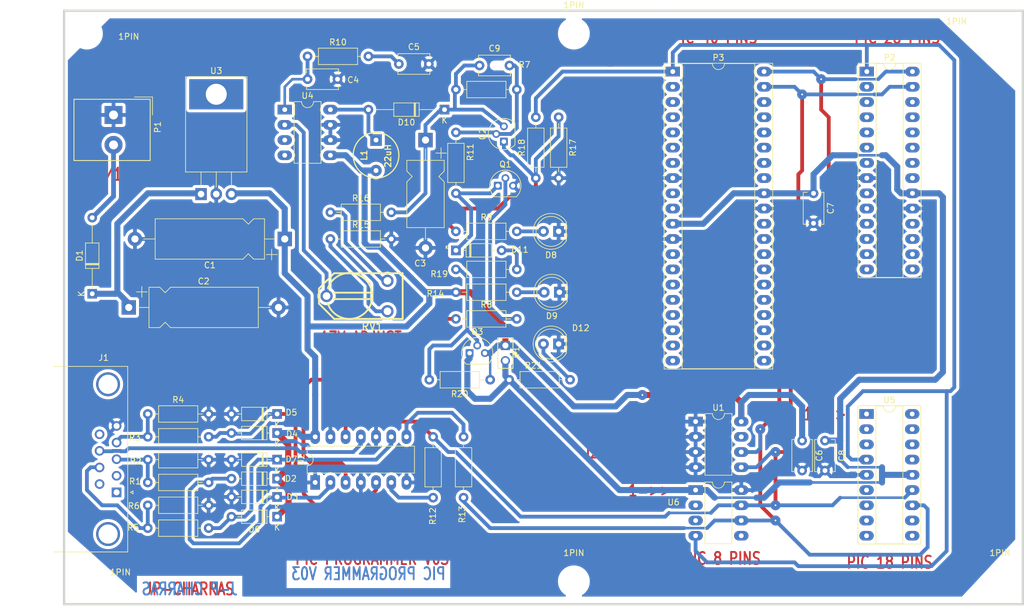
<source format=kicad_pcb>
(kicad_pcb (version 20210108) (generator pcbnew)
  (title_block (title "SERIAL PIC PROGRAMMER"))
  (layers (0 "F.Cu" signal "top_copper") (31 "B.Cu" signal "bottom_copper") (34 "B.Paste" user) (35 "F.Paste" user) (36 "B.SilkS" user "B.Silkscreen") (37 "F.SilkS" user "F.Silkscreen") (38 "B.Mask" user) (39 "F.Mask" user) (44 "Edge.Cuts" user))
  (net 0 "")
  (net 1 "Net-(D1-Pad2)")
  (net 2 "Net-(D2-Pad2)")
  (net 3 "GND")
  (net 4 "VCC")
  (net 5 "VPP")
  (net 6 "VCC_PIC")
  (net 7 "Net-(D4-Pad2)")
  (net 8 "/pic_programmer/PC-CLOCK-OUT")
  (net 9 "VPP-MCLR")
  (net 10 "CLOCK-RB6")
  (net 11 "DATA-RB7")
  (net 12 "Net-(C2-Pad1)")
  (net 13 "Net-(C4-Pad1)")
  (net 14 "Net-(C5-Pad1)")
  (net 15 "Net-(C9-Pad2)")
  (net 16 "Net-(D6-Pad2)")
  (net 17 "Net-(D8-Pad2)")
  (net 18 "Net-(D9-Pad2)")
  (net 19 "Net-(D11-Pad2)")
  (net 20 "Net-(D11-Pad1)")
  (net 21 "Net-(D12-Pad2)")
  (net 22 "Net-(Q1-Pad2)")
  (net 23 "Net-(D10-Pad2)")
  (net 24 "Net-(Q3-Pad2)")
  (net 25 "Net-(R8-Pad1)")
  (net 26 "Net-(R12-Pad1)")
  (net 27 "Net-(R13-Pad1)")
  (net 28 "Net-(R15-Pad1)")
  (net 29 "Net-(R16-Pad1)")
  (net 30 "Net-(RV1-Pad2)")
  (net 31 "Net-(Q2-Pad1)")
  (net 32 "/pic_programmer/VPP_ON")
  (net 33 "/pic_programmer/PC-DATA-OUT")
  (net 34 "/pic_programmer/PC-DATA-IN")
  (footprint "Package_DIP:DIP-40_W15.24mm_Socket_LongPads" (layer "F.Cu") (at 175.26 50.8)
    (fp_text reference "P3")
    (fp_text value "SUPP40")
  )
  (footprint "MountingHole:MountingHole_4.3mm_M4_DIN965" (layer "F.Cu") (at 229.87 44.45)
    (fp_text reference "1PIN")
    (fp_text value "P***")
  )
  (footprint "MountingHole:MountingHole_4.3mm_M4_DIN965" (layer "F.Cu") (at 229.87 135.89)
    (fp_text reference "1PIN")
    (fp_text value "P***")
  )
  (footprint "MountingHole:MountingHole_4.3mm_M4_DIN965" (layer "F.Cu") (at 77.47 44.45)
    (fp_text reference "1PIN")
    (fp_text value "P***")
  )
  (footprint "MountingHole:MountingHole_4.3mm_M4_DIN965" (layer "F.Cu") (at 77.47 135.89)
    (fp_text reference "1PIN")
    (fp_text value "P***")
  )
  (footprint "MountingHole:MountingHole_4.3mm_M4_DIN965" (layer "F.Cu") (at 158.75 135.89)
    (fp_text reference "1PIN")
    (fp_text value "P***")
  )
  (footprint "MountingHole:MountingHole_4.3mm_M4_DIN965" (layer "F.Cu") (at 158.75 44.45)
    (fp_text reference "1PIN")
    (fp_text value "P***")
  )
  (footprint "Package_DIP:DIP-28_W7.62mm_Socket_LongPads" (layer "F.Cu") (at 207.645 50.8)
    (fp_text reference "P2")
    (fp_text value "SUPP28")
  )
  (footprint "Capacitor_THT:CP_Axial_L18.0mm_D6.5mm_P25.00mm_Horizontal" (layer "F.Cu") (at 110.49 78.74 180)
    (fp_text reference "C1")
    (fp_text value "100uF")
  )
  (footprint "Capacitor_THT:CP_Axial_L18.0mm_D6.5mm_P25.00mm_Horizontal" (layer "F.Cu") (at 84.455 90.17)
    (fp_text reference "C2")
    (fp_text value "220uF")
  )
  (footprint "Capacitor_THT:CP_Axial_L11.0mm_D6.0mm_P18.00mm_Horizontal" (layer "F.Cu") (at 133.985 62.23 -90)
    (fp_text reference "C3")
    (fp_text value "22uF/25V")
  )
  (footprint "Capacitor_THT:C_Disc_D5.1mm_W3.2mm_P5.00mm" (layer "F.Cu") (at 114.3 52.07)
    (fp_text reference "C4")
    (fp_text value "0")
  )
  (footprint "Capacitor_THT:C_Disc_D5.1mm_W3.2mm_P5.00mm" (layer "F.Cu") (at 129.54 49.53)
    (fp_text reference "C5")
    (fp_text value "10nF")
  )
  (footprint "Capacitor_THT:C_Disc_D5.1mm_W3.2mm_P5.00mm" (layer "F.Cu") (at 196.85 112.395 -90)
    (fp_text reference "C6")
    (fp_text value "100nF")
  )
  (footprint "Capacitor_THT:C_Disc_D5.1mm_W3.2mm_P5.00mm" (layer "F.Cu") (at 198.755 71.12 -90)
    (fp_text reference "C7")
    (fp_text value "100nF")
  )
  (footprint "Capacitor_THT:C_Disc_D5.1mm_W3.2mm_P5.00mm" (layer "F.Cu") (at 200.66 112.395 -90)
    (fp_text reference "C8")
    (fp_text value "100nF")
  )
  (footprint "Capacitor_THT:C_Disc_D5.1mm_W3.2mm_P5.00mm" (layer "F.Cu") (at 143.002 49.784)
    (fp_text reference "C9")
    (fp_text value "22OnF")
  )
  (footprint "Diode_THT:D_DO-35_SOD27_P12.70mm_Horizontal" (layer "F.Cu") (at 78.359 87.884 90)
    (fp_text reference "D1")
    (fp_text value "1N4004")
  )
  (footprint "Diode_THT:D_DO-35_SOD27_P7.62mm_Horizontal" (layer "F.Cu") (at 109.22 118.745 180)
    (fp_text reference "D2")
    (fp_text value "BAT43")
  )
  (footprint "Diode_THT:D_DO-35_SOD27_P7.62mm_Horizontal" (layer "F.Cu") (at 109.22 121.793 180)
    (fp_text reference "D3")
    (fp_text value "BAT43")
  )
  (footprint "Diode_THT:D_DO-35_SOD27_P7.62mm_Horizontal" (layer "F.Cu") (at 109.22 111.125 180)
    (fp_text reference "D4")
    (fp_text value "BAT43")
  )
  (footprint "Diode_THT:D_DO-35_SOD27_P7.62mm_Horizontal" (layer "F.Cu") (at 109.22 107.95 180)
    (fp_text reference "D5")
    (fp_text value "BAT43")
  )
  (footprint "Diode_THT:D_DO-35_SOD27_P7.62mm_Horizontal" (layer "F.Cu") (at 109.22 125.095 180)
    (fp_text reference "D6")
    (fp_text value "BAT43")
  )
  (footprint "Diode_THT:D_DO-35_SOD27_P7.62mm_Horizontal" (layer "F.Cu") (at 109.22 115.57 180)
    (fp_text reference "D7")
    (fp_text value "BAT43")
  )
  (footprint "LED_THT:LED_D5.0mm" (layer "F.Cu") (at 156.21 77.47 180)
    (fp_text reference "D8")
    (fp_text value "RED-LED")
  )
  (footprint "LED_THT:LED_D5.0mm" (layer "F.Cu") (at 156.337 87.63 180)
    (fp_text reference "D9")
    (fp_text value "GREEN-LED")
  )
  (footprint "Diode_THT:D_DO-35_SOD27_P12.70mm_Horizontal" (layer "F.Cu") (at 137.16 57.15 180)
    (fp_text reference "D10")
    (fp_text value "SCHOTTKY")
  )
  (footprint "Diode_THT:D_DO-35_SOD27_P7.62mm_Horizontal" (layer "F.Cu") (at 139.065 80.645)
    (fp_text reference "D11")
    (fp_text value "BAT43")
  )
  (footprint "LED_THT:LED_D5.0mm" (layer "F.Cu") (at 156.21 96.266 180)
    (fp_text reference "D12")
    (fp_text value "YELLOW-LED")
  )
  (footprint "Connector_Dsub:DSUB-9_Female_Horizontal_P2.77x2.84mm_EdgePinOffset7.70mm_Housed_MountingHolesOffset9.12mm" (layer "F.Cu") (at 82.423 121.031 -90)
    (fp_text reference "J1")
    (fp_text value "DB9-FEMAL")
  )
  (footprint "pin_array:PIN_ARRAY_2X1" (layer "F.Cu") (at 147.32 97.79 -90)
    (fp_text reference "JP1")
    (fp_text value "JUMPER" hide)
  )
  (footprint "inductors:INDUCTOR_V" (layer "F.Cu") (at 125.73 64.77 -90)
    (fp_text reference "L1")
    (fp_text value "22uH")
  )
  (footprint "TerminalBlock_Altech:Altech_AK300_1x02_P5.00mm_45-Degree" (layer "F.Cu") (at 81.915 58.039 -90)
    (fp_text reference "P1")
    (fp_text value "CONN_2")
  )
  (footprint "Package_TO_SOT_THT:TO-92" (layer "F.Cu") (at 146.05 69.85)
    (fp_text reference "Q1")
    (fp_text value "BC237")
  )
  (footprint "Package_TO_SOT_THT:TO-92" (layer "F.Cu") (at 147.066 62.484 90)
    (fp_text reference "Q2")
    (fp_text value "BC307")
  )
  (footprint "Package_TO_SOT_THT:TO-92" (layer "F.Cu") (at 141.351 97.79)
    (fp_text reference "Q3")
    (fp_text value "BC307")
  )
  (footprint "Resistor_THT:R_Axial_DIN0207_L6.3mm_D2.5mm_P10.16mm_Horizontal" (layer "F.Cu") (at 87.63 115.57)
    (fp_text reference "R2")
    (fp_text value "10K")
  )
  (footprint "Resistor_THT:R_Axial_DIN0207_L6.3mm_D2.5mm_P10.16mm_Horizontal" (layer "F.Cu") (at 87.63 111.76)
    (fp_text reference "R3")
    (fp_text value "10K")
  )
  (footprint "Resistor_THT:R_Axial_DIN0207_L6.3mm_D2.5mm_P10.16mm_Horizontal" (layer "F.Cu") (at 87.63 107.95)
    (fp_text reference "R4")
    (fp_text value "10K")
  )
  (footprint "Resistor_THT:R_Axial_DIN0207_L6.3mm_D2.5mm_P10.16mm_Horizontal" (layer "F.Cu") (at 87.63 127)
    (fp_text reference "R5")
    (fp_text value "10K")
  )
  (footprint "Resistor_THT:R_Axial_DIN0207_L6.3mm_D2.5mm_P10.16mm_Horizontal" (layer "F.Cu") (at 87.63 123.19)
    (fp_text reference "R6")
    (fp_text value "10K")
  )
  (footprint "Resistor_THT:R_Axial_DIN0207_L6.3mm_D2.5mm_P10.16mm_Horizontal" (layer "F.Cu") (at 139.065 53.7972)
    (fp_text reference "R7")
    (fp_text value "10K")
  )
  (footprint "Resistor_THT:R_Axial_DIN0207_L6.3mm_D2.5mm_P10.16mm_Horizontal" (layer "F.Cu") (at 139.065 92.075)
    (fp_text reference "R8")
    (fp_text value "1K")
  )
  (footprint "Resistor_THT:R_Axial_DIN0207_L6.3mm_D2.5mm_P10.16mm_Horizontal" (layer "F.Cu") (at 139.065 77.47)
    (fp_text reference "R9")
    (fp_text value "2.2K")
  )
  (footprint "Resistor_THT:R_Axial_DIN0207_L6.3mm_D2.5mm_P10.16mm_Horizontal" (layer "F.Cu") (at 114.3 48.26)
    (fp_text reference "R10")
    (fp_text value "5.1K")
  )
  (footprint "Resistor_THT:R_Axial_DIN0207_L6.3mm_D2.5mm_P10.16mm_Horizontal" (layer "F.Cu") (at 139.065 71.12 90)
    (fp_text reference "R11")
    (fp_text value "22K")
  )
  (footprint "Resistor_THT:R_Axial_DIN0207_L6.3mm_D2.5mm_P10.16mm_Horizontal" (layer "F.Cu") (at 135.255 121.92 90)
    (fp_text reference "R12")
    (fp_text value "470")
  )
  (footprint "Resistor_THT:R_Axial_DIN0207_L6.3mm_D2.5mm_P10.16mm_Horizontal" (layer "F.Cu") (at 140.335 111.76 -90)
    (fp_text reference "R13")
    (fp_text value "470")
  )
  (footprint "Resistor_THT:R_Axial_DIN0207_L6.3mm_D2.5mm_P10.16mm_Horizontal" (layer "F.Cu") (at 139.065 87.63)
    (fp_text reference "R14")
    (fp_text value "470")
  )
  (footprint "Resistor_THT:R_Axial_DIN0207_L6.3mm_D2.5mm_P10.16mm_Horizontal" (layer "F.Cu") (at 118.11 78.74)
    (fp_text reference "R15")
    (fp_text value "6.2K")
  )
  (footprint "Resistor_THT:R_Axial_DIN0207_L6.3mm_D2.5mm_P10.16mm_Horizontal" (layer "F.Cu") (at 156.21 58.42 -90)
    (fp_text reference "R17")
    (fp_text value "22K")
  )
  (footprint "Resistor_THT:R_Axial_DIN0207_L6.3mm_D2.5mm_P10.16mm_Horizontal" (layer "F.Cu") (at 152.4 68.58 90)
    (fp_text reference "R18")
    (fp_text value "220")
  )
  (footprint "Resistor_THT:R_Axial_DIN0207_L6.3mm_D2.5mm_P10.16mm_Horizontal" (layer "F.Cu") (at 149.225 83.82 180)
    (fp_text reference "R19")
    (fp_text value "2.2K")
  )
  (footprint "Resistor_THT:R_Axial_DIN0207_L6.3mm_D2.5mm_P10.16mm_Horizontal" (layer "F.Cu") (at 147.955 102.235)
    (fp_text reference "R21")
    (fp_text value "470")
  )
  (footprint "pic_programmer_fp:RV2X4" (layer "F.Cu") (at 127.635 90.805 180)
    (fp_text reference "RV1")
    (fp_text value "1K")
  )
  (footprint "Package_DIP:DIP-8_W7.62mm_LongPads" (layer "F.Cu") (at 179.07 109.22)
    (fp_text reference "U1")
    (fp_text value "24Cxx")
  )
  (footprint "Package_DIP:DIP-14_W7.62mm_LongPads" (layer "F.Cu") (at 115.57 119.38 90)
    (fp_text reference "U2")
    (fp_text value "74HC125")
  )
  (footprint "Package_TO_SOT_THT:TO-220-3_Horizontal_TabDown" (layer "F.Cu") (at 96.52 71.247)
    (fp_text reference "U3")
    (fp_text value "7805")
  )
  (footprint "Package_DIP:DIP-8_W7.62mm_LongPads" (layer "F.Cu") (at 110.49 57.15)
    (fp_text reference "U4")
    (fp_text value "LT1373")
  )
  (footprint "Package_DIP:DIP-18_W7.62mm_Socket_LongPads" (layer "F.Cu") (at 207.6 107.95)
    (fp_text reference "U5")
    (fp_text value "PIC_18_PINS")
  )
  (footprint "Package_DIP:DIP-8_W7.62mm_LongPads" (layer "F.Cu") (at 179.07 120.65)
    (fp_text reference "U6")
    (fp_text value "PIC_8_PINS")
  )
  (footprint "Resistor_THT:R_Axial_DIN0207_L6.3mm_D2.5mm_P10.16mm_Horizontal" (layer "F.Cu") (at 87.63 119.38)
    (fp_text reference "R1")
    (fp_text value "10K")
  )
  (footprint "Resistor_THT:R_Axial_DIN0207_L6.3mm_D2.5mm_P10.16mm_Horizontal" (layer "F.Cu") (at 144.78 102.235 180)
    (fp_text reference "R20")
    (fp_text value "2.2K")
  )
  (footprint "Resistor_THT:R_Axial_DIN0207_L6.3mm_D2.5mm_P10.16mm_Horizontal" (layer "F.Cu") (at 118.11 74.295)
    (fp_text reference "R16")
    (fp_text value "62K")
  )
  (gr_line (start 173.99 40.64) (end 233.68 40.64) (angle 90) (layer "Edge.Cuts") (width 0.381))
  (gr_line (start 233.68 139.7) (end 73.66 139.7) (angle 90) (layer "Edge.Cuts") (width 0.381))
  (gr_line (start 73.66 40.64) (end 173.99 40.64) (angle 90) (layer "Edge.Cuts") (width 0.381))
  (gr_line (start 73.66 139.7) (end 73.66 40.64) (angle 90) (layer "Edge.Cuts") (width 0.381))
  (gr_line (start 233.68 40.64) (end 233.68 139.7) (angle 90) (layer "Edge.Cuts") (width 0.381))
  (gr_text "PIC 28 PINS" (at 212.725 45.085) (layer "F.Cu") (effects (font (size 2.032 1.524) (thickness 0.3048))))
  (gr_text "PIC 8 PINS" (at 183.515 132.08) (layer "F.Cu") (effects (font (size 2.032 1.524) (thickness 0.3048))))
  (gr_text "VCC ON" (at 163.322 96.901) (layer "F.Cu") (effects (font (size 2.032 1.524) (thickness 0.3048))))
  (gr_text "PIC PROGRAMMER V03" (at 125.095 132.08) (layer "F.Cu") (effects (font (size 2.032 1.524) (thickness 0.3048))))
  (gr_text "1=>>" (at 167.64 48.895) (layer "F.Cu") (effects (font (size 2.032 1.524) (thickness 0.3048))))
  (gr_text "PIC 40 PINS" (at 182.245 45.085) (layer "F.Cu") (effects (font (size 2.032 1.524) (thickness 0.3048))))
  (gr_text "1=>>" (at 171.45 109.22) (layer "F.Cu") (effects (font (size 2.032 1.524) (thickness 0.3048))))
  (gr_text "VPP ON" (at 163.449 76.835) (layer "F.Cu") (effects (font (size 2.032 1.524) (thickness 0.3048))))
  (gr_text "1=>>" (at 201.295 48.895) (layer "F.Cu") (effects (font (size 2.032 1.524) (thickness 0.3048))))
  (gr_text "JP-CHARRAS" (at 94.615 137.16) (layer "F.Cu") (effects (font (size 2.032 1.524) (thickness 0.3048))))
  (gr_text "I2C PROM" (at 166.37 114.3) (layer "F.Cu") (effects (font (size 2.032 1.524) (thickness 0.3048))))
  (gr_text "+8/12V" (at 81.534 67.945) (layer "F.Cu") (effects (font (size 2.032 1.524) (thickness 0.3048))))
  (gr_text "PIC 18 PINS" (at 211.455 132.715) (layer "F.Cu") (effects (font (size 2.032 1.524) (thickness 0.3048))))
  (gr_text "PWR ON" (at 163.449 88.011) (layer "F.Cu") (effects (font (size 2.032 1.524) (thickness 0.3048))))
  (gr_text "13V ADJUST" (at 123.19 95.25) (layer "F.Cu") (effects (font (size 2.032 1.524) (thickness 0.3048))))
  (gr_text "1=>>" (at 171.45 120.65) (layer "F.Cu") (effects (font (size 2.032 1.524) (thickness 0.3048))))
  (gr_text "1=>>" (at 200.66 107.95) (layer "F.Cu") (effects (font (size 2.032 1.524) (thickness 0.3048))))
  (gr_text "PIC PROGRAMMER V03" (at 124.46 134.62) (layer "B.Cu") (effects (font (size 2.032 1.524) (thickness 0.3048)) (justify mirror)))
  (gr_text "J-P CHARRAS" (at 94.615 137.16) (layer "B.Cu") (effects (font (size 2.032 1.524) (thickness 0.3048)) (justify mirror)))
  (segment (start 78.359 75.184) (end 81.915 71.628) (width 0.8) (layer "B.Cu") (net 1))
  (segment (start 81.915 71.628) (end 81.915 63.039) (width 0.8) (layer "B.Cu") (net 1))
  (segment (start 109.22 121.92) (end 116.205 121.92) (width 0.635) (layer "B.Cu") (net 2))
  (segment (start 95.25 129.54) (end 102.87 129.54) (width 0.635) (layer "B.Cu") (net 2))
  (segment (start 97.79 119.38) (end 98.425 118.745) (width 0.635) (layer "B.Cu") (net 2))
  (segment (start 94.615 120.65) (end 94.615 128.905) (width 0.635) (layer "B.Cu") (net 2))
  (segment (start 94.615 128.905) (end 95.25 129.54) (width 0.635) (layer "B.Cu") (net 2))
  (segment (start 106.426 125.984) (end 106.426 123.3932) (width 0.635) (layer "B.Cu") (net 2))
  (segment (start 98.425 118.745) (end 101.6 118.745) (width 0.635) (layer "B.Cu") (net 2))
  (segment (start 118.11 120.015) (end 118.11 119.38) (width 0.635) (layer "B.Cu") (net 2))
  (segment (start 95.885 119.38) (end 94.615 120.65) (width 0.635) (layer "B.Cu") (net 2))
  (segment (start 97.79 119.38) (end 95.885 119.38) (width 0.635) (layer "B.Cu") (net 2))
  (segment (start 107.8992 121.92) (end 109.22 121.92) (width 0.635) (layer "B.Cu") (net 2))
  (segment (start 116.205 121.92) (end 118.11 120.015) (width 0.635) (layer "B.Cu") (net 2))
  (segment (start 102.87 129.54) (end 106.426 125.984) (width 0.635) (layer "B.Cu") (net 2))
  (segment (start 106.426 123.3932) (end 107.8992 121.92) (width 0.635) (layer "B.Cu") (net 2))
  (segment (start 111.0742 116.8908) (end 109.22 118.745) (width 1.016) (layer "F.Cu") (net 4))
  (segment (start 139.065 87.63) (end 141.478 87.63) (width 1.016) (layer "F.Cu") (net 4))
  (segment (start 141.478 87.63) (end 147.32 93.472) (width 1.016) (layer "F.Cu") (net 4))
  (segment (start 111.125 120.65) (end 111.125 123.19) (width 1.016) (layer "F.Cu") (net 4))
  (segment (start 185.42 104.775) (end 186.69 106.045) (width 1.016) (layer "F.Cu") (net 4))
  (segment (start 147.32 93.472) (end 147.32 96.52) (width 1.016) (layer "F.Cu") (net 4))
  (segment (start 109.855 111.76) (end 110.49 112.395) (width 1.016) (layer "F.Cu") (net 4))
  (segment (start 111.0742 113.0808) (end 111.0742 116.8908) (width 1.016) (layer "F.Cu") (net 4))
  (segment (start 110.49 112.395) (end 110.49 112.4966) (width 1.016) (layer "F.Cu") (net 4))
  (segment (start 110.49 112.4966) (end 111.0742 113.0808) (width 1.016) (layer "F.Cu") (net 4))
  (segment (start 109.22 118.745) (end 111.125 120.65) (width 1.016) (layer "F.Cu") (net 4))
  (segment (start 186.69 106.045) (end 186.69 109.22) (width 1.016) (layer "F.Cu") (net 4))
  (segment (start 111.125 123.19) (end 109.855 124.46) (width 1.016) (layer "F.Cu") (net 4))
  (segment (start 170.18 104.775) (end 185.42 104.775) (width 1.016) (layer "F.Cu") (net 4))
  (segment (start 110.49 112.395) (end 109.22 111.125) (width 1.016) (layer "F.Cu") (net 4))
  (via (at 170.18 104.775) (size 1.651) (layers "F.Cu" "B.Cu") (net 4))
  (segment (start 123.19 67.31) (end 120.65 64.77) (width 1.016) (layer "B.Cu") (net 4))
  (segment (start 101.6 71.12) (end 107.95 71.12) (width 1.016) (layer "B.Cu") (net 4))
  (segment (start 134.62 89.535) (end 134.62 87.63) (width 1.016) (layer "B.Cu") (net 4))
  (segment (start 123.825 67.31) (end 123.19 67.31) (width 1.016) (layer "B.Cu") (net 4))
  (segment (start 147.32 96.52) (end 146.05 96.52) (width 1.016) (layer "B.Cu") (net 4))
  (segment (start 158.75 106.68) (end 165.735 106.68) (width 1.016) (layer "B.Cu") (net 4))
  (segment (start 126.365 80.01) (end 124.46 80.01) (width 1.016) (layer "B.Cu") (net 4))
  (segment (start 118.11 64.77) (end 120.65 64.77) (width 1.016) (layer "B.Cu") (net 4))
  (segment (start 114.3 93.345) (end 114.3 97.155) (width 1.016) (layer "B.Cu") (net 4))
  (segment (start 114.3 93.345) (end 130.81 93.345) (width 1.016) (layer "B.Cu") (net 4))
  (segment (start 114.3 97.155) (end 115.57 98.425) (width 1.016) (layer "B.Cu") (net 4))
  (segment (start 186.69 106.045) (end 187.96 104.775) (width 1.016) (layer "B.Cu") (net 4))
  (segment (start 115.57 98.425) (end 115.57 104.775) (width 1.016) (layer "B.Cu") (net 4))
  (segment (start 130.81 93.345) (end 134.62 89.535) (width 1.016) (layer "B.Cu") (net 4))
  (segment (start 165.735 106.68) (end 167.64 104.775) (width 1.016) (layer "B.Cu") (net 4))
  (segment (start 148.59 96.52) (end 158.75 106.68) (width 1.016) (layer "B.Cu") (net 4))
  (segment (start 124.46 80.01) (end 123.825 79.375) (width 1.016) (layer "B.Cu") (net 4))
  (segment (start 113.3856 111.76) (end 115.57 111.76) (width 1.016) (layer "B.Cu") (net 4))
  (segment (start 196.85 112.395) (end 196.85 106.68) (width 1.016) (layer "B.Cu") (net 4))
  (segment (start 134.62 87.63) (end 133.985 87.63) (width 1.016) (layer "B.Cu") (net 4))
  (segment (start 115.57 111.76) (end 115.57 104.775) (width 1.016) (layer "B.Cu") (net 4))
  (segment (start 146.05 96.52) (end 144.78 97.79) (width 1.016) (layer "B.Cu") (net 4))
  (segment (start 144.78 102.235) (end 144.78 97.79) (width 0.4) (layer "B.Cu") (net 4))
  (segment (start 144.78 97.79) (end 143.891 97.79) (width 1.016) (layer "B.Cu") (net 4))
  (segment (start 109.22 111.125) (end 112.7506 111.125) (width 1.016) (layer "B.Cu") (net 4))
  (segment (start 125.73 67.31) (end 123.825 67.31) (width 1.016) (layer "B.Cu") (net 4))
  (segment (start 167.64 104.775) (end 170.18 104.775) (width 1.016) (layer "B.Cu") (net 4))
  (segment (start 139.065 87.63) (end 134.62 87.63) (width 1.016) (layer "B.Cu") (net 4))
  (segment (start 114.3 88.265) (end 114.3 93.345) (width 1.016) (layer "B.Cu") (net 4))
  (segment (start 110.49 73.66) (end 107.95 71.12) (width 1.016) (layer "B.Cu") (net 4))
  (segment (start 196.85 106.68) (end 194.945 104.775) (width 1.016) (layer "B.Cu") (net 4))
  (segment (start 147.32 96.52) (end 148.59 96.52) (width 1.016) (layer "B.Cu") (net 4))
  (segment (start 186.69 109.22) (end 186.69 106.045) (width 1.016) (layer "B.Cu") (net 4))
  (segment (start 112.7506 111.125) (end 113.3856 111.76) (width 1.016) (layer "B.Cu") (net 4))
  (segment (start 133.985 87.63) (end 126.365 80.01) (width 1.016) (layer "B.Cu") (net 4))
  (segment (start 187.96 104.775) (end 194.945 104.775) (width 1.016) (layer "B.Cu") (net 4))
  (segment (start 123.825 79.375) (end 123.825 67.31) (width 1.016) (layer "B.Cu") (net 4))
  (segment (start 110.49 78.74) (end 110.49 73.66) (width 1.016) (layer "B.Cu") (net 4))
  (segment (start 110.49 84.455) (end 114.3 88.265) (width 1.016) (layer "B.Cu") (net 4))
  (segment (start 110.49 78.74) (end 110.49 84.455) (width 1.016) (layer "B.Cu") (net 4))
  (segment (start 138.8872 53.975) (end 139.065 53.7972) (width 0.635) (layer "B.Cu") (net 5))
  (segment (start 138.8872 57.15) (end 138.8872 53.975) (width 0.635) (layer "B.Cu") (net 5))
  (segment (start 137.16 57.15) (end 138.8872 57.15) (width 0.635) (layer "B.Cu") (net 5))
  (segment (start 130.81 74.295) (end 128.27 74.295) (width 0.635) (layer "B.Cu") (net 5))
  (segment (start 133.985 62.23) (end 133.985 71.12) (width 0.635) (layer "B.Cu") (net 5))
  (segment (start 138.8872 57.15) (end 143.51 57.15) (width 0.635) (layer "B.Cu") (net 5))
  (segment (start 133.985 62.23) (end 133.985 59.69) (width 0.635) (layer "B.Cu") (net 5))
  (segment (start 136.525 57.15) (end 137.16 57.15) (width 0.635) (layer "B.Cu") (net 5))
  (segment (start 133.985 71.12) (end 130.81 74.295) (width 0.635) (layer "B.Cu") (net 5))
  (segment (start 139.065 51.181) (end 140.462 49.784) (width 0.635) (layer "B.Cu") (net 5))
  (segment (start 139.065 53.7972) (end 139.065 51.181) (width 0.635) (layer "B.Cu") (net 5))
  (segment (start 143.51 57.15) (end 147.066 59.944) (width 0.635) (layer "B.Cu") (net 5))
  (segment (start 136.525 57.15) (end 133.985 59.69) (width 0.635) (layer "B.Cu") (net 5))
  (segment (start 140.462 49.784) (end 143.002 49.784) (width 0.635) (layer "B.Cu") (net 5))
  (segment (start 190.5 121.92) (end 193.04 119.38) (width 1.016) (layer "B.Cu") (net 6))
  (segment (start 204.47 116.84) (end 210.185 116.84) (width 0.4318) (layer "B.Cu") (net 6))
  (segment (start 219.075 102.235) (end 220.345 100.965) (width 1.016) (layer "B.Cu") (net 6))
  (segment (start 175.26 76.2) (end 180.34 76.2) (width 1.016) (layer "B.Cu") (net 6))
  (segment (start 185.42 71.12) (end 190.5 71.12) (width 1.016) (layer "B.Cu") (net 6))
  (segment (start 210.185 119.38) (end 210.185 118.11) (width 1.016) (layer "B.Cu") (net 6))
  (segment (start 141.351 98.679) (end 141.351 97.79) (width 1.016) (layer "B.Cu") (net 6))
  (segment (start 198.12 119.38) (end 210.185 119.38) (width 0.4318) (layer "B.Cu") (net 6))
  (segment (start 203.2 105.41) (end 203.2 112.395) (width 1.016) (layer "B.Cu") (net 6))
  (segment (start 201.93 64.77) (end 205.74 64.77) (width 1.016) (layer "B.Cu") (net 6))
  (segment (start 166.37 120.65) (end 147.955 102.235) (width 1.016) (layer "B.Cu") (net 6))
  (segment (start 179.07 120.65) (end 180.975 120.65) (width 1.016) (layer "B.Cu") (net 6))
  (segment (start 144.78 105.41) (end 142.24 105.41) (width 1.016) (layer "B.Cu") (net 6))
  (segment (start 220.345 100.965) (end 220.345 71.755) (width 1.016) (layer "B.Cu") (net 6))
  (segment (start 212.725 70.485) (end 213.36 71.12) (width 1.016) (layer "B.Cu") (net 6))
  (segment (start 213.36 71.12) (end 215.265 71.12) (width 1.016) (layer "B.Cu") (net 6))
  (segment (start 189.23 121.92) (end 190.5 121.92) (width 1.016) (layer "B.Cu") (net 6))
  (segment (start 219.71 71.12) (end 215.265 71.12) (width 1.016) (layer "B.Cu") (net 6))
  (segment (start 203.2 112.395) (end 203.2 115.57) (width 1.016) (layer "B.Cu") (net 6))
  (segment (start 203.2 105.41) (end 206.375 102.235) (width 1.016) (layer "B.Cu") (net 6))
  (segment (start 179.07 120.65) (end 166.37 120.65) (width 1.016) (layer "B.Cu") (net 6))
  (segment (start 210.185 118.11) (end 210.185 116.84) (width 1.016) (layer "B.Cu") (net 6))
  (segment (start 147.32 99.06) (end 147.32 101.6) (width 1.016) (layer "B.Cu") (net 6))
  (segment (start 200.66 112.395) (end 203.2 112.395) (width 1.016) (layer "B.Cu") (net 6))
  (segment (start 210.185 64.77) (end 210.82 64.77) (width 1.016) (layer "B.Cu") (net 6))
  (segment (start 210.82 64.77) (end 212.725 66.675) (width 1.016) (layer "B.Cu") (net 6))
  (segment (start 190.5 71.12) (end 198.755 71.12) (width 1.016) (layer "B.Cu") (net 6))
  (segment (start 140.97 99.06) (end 141.351 98.679) (width 1.016) (layer "B.Cu") (net 6))
  (segment (start 198.755 71.12) (end 198.755 67.945) (width 1.016) (layer "B.Cu") (net 6))
  (segment (start 206.375 102.235) (end 219.075 102.235) (width 1.016) (layer "B.Cu") (net 6))
  (segment (start 198.755 67.945) (end 201.93 64.77) (width 1.016) (layer "B.Cu") (net 6))
  (segment (start 142.24 105.41) (end 140.97 104.14) (width 1.016) (layer "B.Cu") (net 6))
  (segment (start 140.97 104.14) (end 140.97 99.06) (width 1.016) (layer "B.Cu") (net 6))
  (segment (start 205.74 64.77) (end 210.185 64.77) (width 0.4318) (layer "B.Cu") (net 6))
  (segment (start 182.245 121.92) (end 189.23 121.92) (width 0.4318) (layer "B.Cu") (net 6))
  (segment (start 193.04 119.38) (end 198.12 119.38) (width 1.016) (layer "B.Cu") (net 6))
  (segment (start 203.2 115.57) (end 204.47 116.84) (width 0.635) (layer "B.Cu") (net 6))
  (segment (start 147.955 102.235) (end 144.78 105.41) (width 1.016) (layer "B.Cu") (net 6))
  (segment (start 212.725 66.675) (end 212.725 70.485) (width 1.016) (layer "B.Cu") (net 6))
  (segment (start 220.345 71.755) (end 219.71 71.12) (width 1.016) (layer "B.Cu") (net 6))
  (segment (start 147.32 101.6) (end 147.955 102.235) (width 1.016) (layer "B.Cu") (net 6))
  (segment (start 210.185 118.11) (end 215.265 118.11) (width 1.016) (layer "B.Cu") (net 6))
  (segment (start 180.975 120.65) (end 182.245 121.92) (width 1.016) (layer "B.Cu") (net 6))
  (segment (start 180.34 76.2) (end 185.42 71.12) (width 1.016) (layer "B.Cu") (net 6))
  (segment (start 112.2934 117.3734) (end 113.665 118.745) (width 0.635) (layer "F.Cu") (net 7))
  (segment (start 125.73 120.65) (end 125.73 119.38) (width 0.635) (layer "F.Cu") (net 7))
  (segment (start 109.22 107.95) (end 111.125 107.95) (width 0.635) (layer "F.Cu") (net 7))
  (segment (start 111.125 107.95) (end 112.2934 109.1184) (width 0.635) (layer "F.Cu") (net 7))
  (segment (start 123.19 123.19) (end 125.73 120.65) (width 0.635) (layer "F.Cu") (net 7))
  (segment (start 112.2934 109.1184) (end 112.2934 117.3734) (width 0.635) (layer "F.Cu") (net 7))
  (segment (start 115.57 123.19) (end 123.19 123.19) (width 0.635) (layer "F.Cu") (net 7))
  (segment (start 113.665 118.745) (end 113.665 121.285) (width 0.635) (layer "F.Cu") (net 7))
  (segment (start 113.665 121.285) (end 115.57 123.19) (width 0.635) (layer "F.Cu") (net 7))
  (segment (start 107.95 107.95) (end 109.22 107.95) (width 0.635) (layer "B.Cu") (net 7))
  (segment (start 106.807 109.093) (end 107.95 107.95) (width 0.635) (layer "B.Cu") (net 7))
  (segment (start 106.807 109.22) (end 104.775 111.252) (width 0.635) (layer "B.Cu") (net 7))
  (segment (start 106.807 109.22) (end 106.807 109.093) (width 0.635) (layer "B.Cu") (net 7))
  (segment (start 104.775 111.252) (end 101.727 111.252) (width 0.635) (layer "B.Cu") (net 7))
  (segment (start 99.695 111.125) (end 101.6 111.125) (width 0.635) (layer "B.Cu") (net 7))
  (segment (start 97.79 111.76) (end 99.06 111.76) (width 0.635) (layer "B.Cu") (net 7))
  (segment (start 101.727 111.252) (end 101.6 111.125) (width 0.635) (layer "B.Cu") (net 7))
  (segment (start 99.06 111.76) (end 99.695 111.125) (width 0.635) (layer "B.Cu") (net 7))
  (segment (start 82.55 123.19) (end 80.01 123.19) (width 0.635) (layer "B.Cu") (net 8))
  (segment (start 80.01 123.19) (end 77.47 120.65) (width 0.635) (layer "B.Cu") (net 8))
  (segment (start 77.47 117.475) (end 78.105 116.84) (width 0.635) (layer "B.Cu") (net 8))
  (segment (start 87.63 127) (end 87.63 123.19) (width 0.635) (layer "B.Cu") (net 8))
  (segment (start 78.105 116.84) (end 80.01 116.84) (width 0.635) (layer "B.Cu") (net 8))
  (segment (start 77.47 120.65) (end 77.47 117.475) (width 0.635) (layer "B.Cu") (net 8))
  (segment (start 87.63 127) (end 86.36 127) (width 0.635) (layer "B.Cu") (net 8))
  (segment (start 86.36 127) (end 82.55 123.19) (width 0.635) (layer "B.Cu") (net 8))
  (segment (start 218.44 133.35) (end 220.98 130.81) (width 0.635) (layer "B.Cu") (net 9))
  (segment (start 207.645 46.355) (end 176.53 46.355) (width 0.635) (layer "B.Cu") (net 9))
  (segment (start 222.25 48.895) (end 219.71 46.355) (width 0.635) (layer "B.Cu") (net 9))
  (segment (start 221.615 104.14) (end 220.98 104.14) (width 0.635) (layer "B.Cu") (net 9))
  (segment (start 207.645 50.8) (end 207.645 46.355) (width 0.635) (layer "B.Cu") (net 9))
  (segment (start 205.105 115.57) (end 204.47 114.935) (width 0.635) (layer "B.Cu") (net 9))
  (segment (start 207.645 115.57) (end 205.105 115.57) (width 0.635) (layer "B.Cu") (net 9))
  (segment (start 156.845 50.8) (end 152.4 55.245) (width 0.635) (layer "B.Cu") (net 9))
  (segment (start 179.07 130.81) (end 179.07 128.27) (width 0.635) (layer "B.Cu") (net 9))
  (segment (start 221.615 104.14) (end 222.25 103.505) (width 0.635) (layer "B.Cu") (net 9))
  (segment (start 222.25 48.895) (end 222.25 103.505) (width 0.635) (layer "B.Cu") (net 9))
  (segment (start 175.26 47.625) (end 176.53 46.355) (width 0.635) (layer "B.Cu") (net 9))
  (segment (start 175.26 50.8) (end 175.26 47.625) (width 0.635) (layer "B.Cu") (net 9))
  (segment (start 220.98 130.81) (end 220.98 104.14) (width 0.635) (layer "B.Cu") (net 9))
  (segment (start 195.58 132.715) (end 196.215 133.35) (width 0.635) (layer "B.Cu") (net 9))
  (segment (start 152.4 55.245) (end 152.4 58.42) (width 0.635) (layer "B.Cu") (net 9))
  (segment (start 179.07 130.81) (end 180.975 132.715) (width 0.635) (layer "B.Cu") (net 9))
  (segment (start 156.845 50.8) (end 175.26 50.8) (width 0.635) (layer "B.Cu") (net 9))
  (segment (start 204.47 114.935) (end 204.47 106.68) (width 0.635) (layer "B.Cu") (net 9))
  (segment (start 219.71 46.355) (end 207.645 46.355) (width 0.635) (layer "B.Cu") (net 9))
  (segment (start 204.47 106.68) (end 207.01 104.14) (width 0.635) (layer "B.Cu") (net 9))
  (segment (start 196.215 133.35) (end 218.44 133.35) (width 0.635) (layer "B.Cu") (net 9))
  (segment (start 195.58 132.715) (end 180.975 132.715) (width 0.635) (layer "B.Cu") (net 9))
  (segment (start 207.01 104.14) (end 220.98 104.14) (width 0.635) (layer "B.Cu") (net 9))
  (segment (start 196.215 67.945) (end 196.85 67.31) (width 0.635) (layer "F.Cu") (net 10))
  (segment (start 189.865 123.19) (end 192.405 125.73) (width 0.635) (layer "F.Cu") (net 10))
  (segment (start 189.865 110.49) (end 189.865 123.19) (width 0.635) (layer "F.Cu") (net 10))
  (segment (start 196.85 67.31) (end 196.85 54.61) (width 0.635) (layer "F.Cu") (net 10))
  (segment (start 193.04 107.315) (end 193.04 75.565) (width 0.635) (layer "F.Cu") (net 10))
  (segment (start 196.215 72.39) (end 196.215 67.945) (width 0.635) (layer "F.Cu") (net 10))
  (segment (start 193.04 107.315) (end 189.865 110.49) (width 0.635) (layer "F.Cu") (net 10))
  (segment (start 193.04 75.565) (end 196.215 72.39) (width 0.635) (layer "F.Cu") (net 10))
  (via (at 189.865 110.49) (size 1.651) (layers "F.Cu" "B.Cu") (net 10))
  (via (at 192.405 125.73) (size 1.651) (layers "F.Cu" "B.Cu") (net 10))
  (via (at 196.85 54.61) (size 1.651) (layers "F.Cu" "B.Cu") (net 10))
  (segment (start 190.5 53.34) (end 195.58 53.34) (width 0.635) (layer "B.Cu") (net 10))
  (segment (start 217.17 123.19) (end 215.265 123.19) (width 0.635) (layer "B.Cu") (net 10))
  (segment (start 144.78 127) (end 177.165 127) (width 0.635) (layer "B.Cu") (net 10))
  (segment (start 177.165 127) (end 180.975 127) (width 0.4318) (layer "B.Cu") (net 10))
  (segment (start 182.245 125.73) (end 180.975 127) (width 0.635) (layer "B.Cu") (net 10))
  (segment (start 216.535 131.445) (end 217.805 130.175) (width 0.635) (layer "B.Cu") (net 10))
  (segment (start 182.245 125.73) (end 186.69 125.73) (width 0.635) (layer "B.Cu") (net 10))
  (segment (start 189.865 113.665) (end 189.23 114.3) (width 0.635) (layer "B.Cu") (net 10))
  (segment (start 211.455 53.34) (end 210.185 54.61) (width 0.635) (layer "B.Cu") (net 10))
  (segment (start 198.12 131.445) (end 216.535 131.445) (width 0.635) (layer "B.Cu") (net 10))
  (segment (start 205.74 54.61) (end 208.915 54.61) (width 0.4318) (layer "B.Cu") (net 10))
  (segment (start 196.85 54.61) (end 205.74 54.61) (width 0.635) (layer "B.Cu") (net 10))
  (segment (start 217.805 130.175) (end 217.805 123.825) (width 0.635) (layer "B.Cu") (net 10))
  (segment (start 210.185 54.61) (end 208.915 54.61) (width 0.635) (layer "B.Cu") (net 10))
  (segment (start 189.23 114.3) (end 186.69 114.3) (width 0.635) (layer "B.Cu") (net 10))
  (segment (start 211.455 53.34) (end 215.265 53.34) (width 0.635) (layer "B.Cu") (net 10))
  (segment (start 189.865 110.49) (end 189.865 113.665) (width 0.635) (layer "B.Cu") (net 10))
  (segment (start 140.335 122.555) (end 144.78 127) (width 0.635) (layer "B.Cu") (net 10))
  (segment (start 192.405 125.73) (end 198.12 131.445) (width 0.635) (layer "B.Cu") (net 10))
  (segment (start 195.58 53.34) (end 196.85 54.61) (width 0.635) (layer "B.Cu") (net 10))
  (segment (start 140.335 121.92) (end 140.335 122.555) (width 0.635) (layer "B.Cu") (net 10))
  (segment (start 186.69 125.73) (end 192.405 125.73) (width 0.635) (layer "B.Cu") (net 10))
  (segment (start 217.805 123.825) (end 217.17 123.19) (width 0.635) (layer "B.Cu") (net 10))
  (segment (start 120.65 109.855) (end 121.285 109.22) (width 0.635) (layer "F.Cu") (net 11))
  (segment (start 120.65 111.76) (end 120.65 109.855) (width 0.635) (layer "F.Cu") (net 11))
  (segment (start 201.295 85.09) (end 194.945 91.44) (width 0.635) (layer "F.Cu") (net 11))
  (segment (start 121.285 109.22) (end 132.715 109.22) (width 0.635) (layer "F.Cu") (net 11))
  (segment (start 192.405 114.3) (end 192.405 123.19) (width 0.635) (layer "F.Cu") (net 11))
  (segment (start 194.31 114.3) (end 192.405 114.3) (width 0.635) (layer "F.Cu") (net 11))
  (segment (start 194.945 113.665) (end 194.31 114.3) (width 0.635) (layer "F.Cu") (net 11))
  (segment (start 200.025 57.15) (end 200.025 52.07) (width 0.635) (layer "F.Cu") (net 11))
  (segment (start 200.025 57.15) (end 201.295 58.42) (width 0.635) (layer "F.Cu") (net 11))
  (segment (start 194.945 91.44) (end 194.945 113.665) (width 0.635) (layer "F.Cu") (net 11))
  (segment (start 201.295 58.42) (end 201.295 85.09) (width 0.635) (layer "F.Cu") (net 11))
  (segment (start 132.715 109.22) (end 135.255 111.76) (width 0.635) (layer "F.Cu") (net 11))
  (via (at 192.405 114.3) (size 1.651) (layers "F.Cu" "B.Cu") (net 11))
  (via (at 192.405 123.19) (size 1.651) (layers "F.Cu" "B.Cu") (net 11))
  (via (at 200.025 52.07) (size 1.651) (layers "F.Cu" "B.Cu") (net 11))
  (segment (start 135.255 111.76) (end 137.795 114.3) (width 0.635) (layer "B.Cu") (net 11))
  (segment (start 181.61 124.46) (end 182.88 123.19) (width 0.635) (layer "B.Cu") (net 11))
  (segment (start 189.23 116.84) (end 186.69 116.84) (width 0.635) (layer "B.Cu") (net 11))
  (segment (start 182.88 123.19) (end 186.69 123.19) (width 0.635) (layer "B.Cu") (net 11))
  (segment (start 209.55 52.07) (end 210.82 50.8) (width 0.635) (layer "B.Cu") (net 11))
  (segment (start 215.265 50.8) (end 210.82 50.8) (width 0.635) (layer "B.Cu") (net 11))
  (segment (start 149.86 125.095) (end 173.99 125.095) (width 0.635) (layer "B.Cu") (net 11))
  (segment (start 198.755 50.8) (end 200.025 52.07) (width 0.635) (layer "B.Cu") (net 11))
  (segment (start 192.405 114.3) (end 191.77 114.3) (width 0.635) (layer "B.Cu") (net 11))
  (segment (start 200.025 52.07) (end 205.74 52.07) (width 0.635) (layer "B.Cu") (net 11))
  (segment (start 173.99 125.095) (end 174.625 124.46) (width 0.635) (layer "B.Cu") (net 11))
  (segment (start 201.93 123.19) (end 203.2 121.92) (width 0.635) (layer "B.Cu") (net 11))
  (segment (start 190.5 50.8) (end 198.755 50.8) (width 0.635) (layer "B.Cu") (net 11))
  (segment (start 139.065 114.3) (end 149.86 125.095) (width 0.635) (layer "B.Cu") (net 11))
  (segment (start 186.69 123.19) (end 192.405 123.19) (width 0.635) (layer "B.Cu") (net 11))
  (segment (start 203.2 121.92) (end 213.995 121.92) (width 0.4318) (layer "B.Cu") (net 11))
  (segment (start 191.77 114.3) (end 189.23 116.84) (width 0.635) (layer "B.Cu") (net 11))
  (segment (start 174.625 124.46) (end 181.61 124.46) (width 0.4318) (layer "B.Cu") (net 11))
  (segment (start 137.795 114.3) (end 139.065 114.3) (width 0.635) (layer "B.Cu") (net 11))
  (segment (start 192.405 123.19) (end 201.93 123.19) (width 0.635) (layer "B.Cu") (net 11))
  (segment (start 205.74 52.07) (end 209.55 52.07) (width 0.4318) (layer "B.Cu") (net 11))
  (segment (start 213.995 121.92) (end 215.265 120.65) (width 0.635) (layer "B.Cu") (net 11))
  (segment (start 82.55 76.2) (end 87.63 71.12) (width 1.016) (layer "B.Cu") (net 12))
  (segment (start 82.296 87.884) (end 78.359 87.884) (width 1.016) (layer "B.Cu") (net 12))
  (segment (start 82.55 87.63) (end 82.55 76.2) (width 1.016) (layer "B.Cu") (net 12))
  (segment (start 84.455 89.535) (end 82.55 87.63) (width 1.016) (layer "B.Cu") (net 12))
  (segment (start 87.63 71.12) (end 96.52 71.12) (width 1.016) (layer "B.Cu") (net 12))
  (segment (start 82.55 87.63) (end 82.296 87.884) (width 1.016) (layer "B.Cu") (net 12))
  (segment (start 84.455 90.17) (end 84.455 89.535) (width 1.016) (layer "B.Cu") (net 12))
  (segment (start 114.3 48.26) (end 114.3 52.07) (width 0.635) (layer "B.Cu") (net 13))
  (segment (start 110.49 57.15) (end 110.49 53.34) (width 0.4318) (layer "B.Cu") (net 13))
  (segment (start 111.76 52.07) (end 114.3 52.07) (width 0.4318) (layer "B.Cu") (net 13))
  (segment (start 110.49 53.34) (end 111.76 52.07) (width 0.4318) (layer "B.Cu") (net 13))
  (segment (start 128.27 48.26) (end 129.54 49.53) (width 0.635) (layer "B.Cu") (net 14))
  (segment (start 124.46 48.26) (end 128.27 48.26) (width 0.635) (layer "B.Cu") (net 14))
  (segment (start 145.542 60.96) (end 145.796 61.214) (width 0.635) (layer "B.Cu") (net 15))
  (segment (start 149.225 60.198) (end 148.209 61.214) (width 0.635) (layer "B.Cu") (net 15))
  (segment (start 149.225 53.7972) (end 149.225 59.055) (width 0.635) (layer "B.Cu") (net 15))
  (segment (start 144.78 60.96) (end 145.542 60.96) (width 0.635) (layer "B.Cu") (net 15))
  (segment (start 148.082 49.784) (end 148.844 49.784) (width 0.635) (layer "B.Cu") (net 15))
  (segment (start 149.225 59.055) (end 149.225 60.198) (width 0.635) (layer "B.Cu") (net 15))
  (segment (start 148.209 61.214) (end 145.796 61.214) (width 0.635) (layer "B.Cu") (net 15))
  (segment (start 144.78 60.96) (end 139.065 60.96) (width 0.635) (layer "B.Cu") (net 15))
  (segment (start 149.225 50.165) (end 149.225 53.7972) (width 0.635) (layer "B.Cu") (net 15))
  (segment (start 148.844 49.784) (end 149.225 50.165) (width 0.635) (layer "B.Cu") (net 15))
  (segment (start 109.22 115.57) (end 125.73 115.57) (width 0.635) (layer "B.Cu") (net 16))
  (segment (start 103.8098 125.095) (end 101.6 125.095) (width 0.635) (layer "B.Cu") (net 16))
  (segment (start 99.695 127) (end 101.6 125.095) (width 0.635) (layer "B.Cu") (net 16))
  (segment (start 106.045 115.57) (end 104.9274 116.6876) (width 0.635) (layer "B.Cu") (net 16))
  (segment (start 99.695 127) (end 97.79 127) (width 0.635) (layer "B.Cu") (net 16))
  (segment (start 128.27 111.76) (end 128.27 113.03) (width 0.635) (layer "B.Cu") (net 16))
  (segment (start 104.9274 123.9774) (end 103.8098 125.095) (width 0.635) (layer "B.Cu") (net 16))
  (segment (start 128.27 113.03) (end 125.73 115.57) (width 0.635) (layer "B.Cu") (net 16))
  (segment (start 104.9274 116.6876) (end 104.9274 123.9774) (width 0.635) (layer "B.Cu") (net 16))
  (segment (start 109.22 115.57) (end 106.045 115.57) (width 0.635) (layer "B.Cu") (net 16))
  (segment (start 153.67 77.47) (end 149.225 77.47) (width 0.635) (layer "B.Cu") (net 17))
  (segment (start 153.67 87.63) (end 149.225 87.63) (width 0.635) (layer "B.Cu") (net 18))
  (segment (start 149.225 81.28) (end 149.225 83.82) (width 0.635) (layer "B.Cu") (net 19))
  (segment (start 148.59 80.645) (end 149.225 81.28) (width 0.635) (layer "B.Cu") (net 19))
  (segment (start 146.685 80.645) (end 148.59 80.645) (width 0.635) (layer "B.Cu") (net 19))
  (segment (start 141.605 73.66) (end 141.605 78.105) (width 0.635) (layer "B.Cu") (net 20))
  (segment (start 144.78 71.12) (end 139.065 71.12) (width 0.635) (layer "B.Cu") (net 20))
  (segment (start 139.065 71.12) (end 141.605 73.66) (width 0.635) (layer "B.Cu") (net 20))
  (segment (start 144.78 71.12) (end 146.05 69.85) (width 0.635) (layer "B.Cu") (net 20))
  (segment (start 141.605 78.105) (end 139.065 80.645) (width 0.635) (layer "B.Cu") (net 20))
  (segment (start 153.67 97.79) (end 153.67 96.266) (width 0.635) (layer "B.Cu") (net 21))
  (segment (start 153.67 97.79) (end 158.115 102.235) (width 0.635) (layer "B.Cu") (net 21))
  (segment (start 144.78 90.17) (end 146.685 92.075) (width 0.635) (layer "B.Cu") (net 22))
  (segment (start 146.685 92.075) (end 149.225 92.075) (width 0.635) (layer "B.Cu") (net 22))
  (segment (start 147.32 71.12) (end 147.32 73.025) (width 0.635) (layer "B.Cu") (net 22))
  (segment (start 144.78 75.565) (end 144.78 90.17) (width 0.635) (layer "B.Cu") (net 22))
  (segment (start 147.32 71.12) (end 147.32 68.58) (width 0.635) (layer "B.Cu") (net 22))
  (segment (start 147.32 73.025) (end 144.78 75.565) (width 0.635) (layer "B.Cu") (net 22))
  (segment (start 118.11 57.15) (end 124.46 57.15) (width 0.635) (layer "B.Cu") (net 23))
  (segment (start 124.46 57.15) (end 124.46 60.96) (width 0.635) (layer "B.Cu") (net 23))
  (segment (start 124.46 60.96) (end 125.73 62.23) (width 0.635) (layer "B.Cu") (net 23))
  (segment (start 142.621 95.631) (end 142.621 96.52) (width 0.635) (layer "B.Cu") (net 24))
  (segment (start 138.303 96.52) (end 140.97 93.853) (width 0.635) (layer "B.Cu") (net 24))
  (segment (start 140.97 85.09) (end 139.7 83.82) (width 0.635) (layer "B.Cu") (net 24))
  (segment (start 134.62 97.155) (end 134.62 102.235) (width 0.635) (layer "B.Cu") (net 24))
  (segment (start 140.97 93.98) (end 142.621 95.631) (width 0.635) (layer "B.Cu") (net 24))
  (segment (start 135.255 96.52) (end 134.62 97.155) (width 0.635) (layer "B.Cu") (net 24))
  (segment (start 139.7 83.82) (end 139.065 83.82) (width 0.635) (layer "B.Cu") (net 24))
  (segment (start 135.255 96.52) (end 138.303 96.52) (width 0.635) (layer "B.Cu") (net 24))
  (segment (start 140.97 85.09) (end 140.97 93.853) (width 0.635) (layer "B.Cu") (net 24))
  (segment (start 140.97 93.853) (end 140.97 93.98) (width 0.635) (layer "B.Cu") (net 24))
  (segment (start 113.6142 103.5558) (end 113.6142 114.8842) (width 0.635) (layer "F.Cu") (net 25))
  (segment (start 114.935 102.235) (end 113.6142 103.5558) (width 0.635) (layer "F.Cu") (net 25))
  (segment (start 120.015 116.205) (end 120.65 116.84) (width 0.635) (layer "F.Cu") (net 25))
  (segment (start 135.89 92.075) (end 125.73 102.235) (width 0.635) (layer "F.Cu") (net 25))
  (segment (start 114.935 116.205) (end 120.015 116.205) (width 0.635) (layer "F.Cu") (net 25))
  (segment (start 113.6142 114.8842) (end 114.935 116.205) (width 0.635) (layer "F.Cu") (net 25))
  (segment (start 125.73 102.235) (end 114.935 102.235) (width 0.635) (layer "F.Cu") (net 25))
  (segment (start 120.65 116.84) (end 120.65 119.38) (width 0.635) (layer "F.Cu") (net 25))
  (segment (start 139.065 92.075) (end 135.89 92.075) (width 0.635) (layer "F.Cu") (net 25))
  (segment (start 128.27 120.65) (end 129.54 121.92) (width 0.635) (layer "B.Cu") (net 26))
  (segment (start 129.54 121.92) (end 135.255 121.92) (width 0.635) (layer "B.Cu") (net 26))
  (segment (start 128.27 119.38) (end 128.27 120.65) (width 0.635) (layer "B.Cu") (net 26))
  (segment (start 132.6896 107.7468) (end 138.4046 107.7468) (width 0.635) (layer "B.Cu") (net 27))
  (segment (start 138.4046 107.7468) (end 140.335 109.6772) (width 0.635) (layer "B.Cu") (net 27))
  (segment (start 130.81 109.6264) (end 132.6896 107.7468) (width 0.635) (layer "B.Cu") (net 27))
  (segment (start 140.335 109.6772) (end 140.335 111.76) (width 0.635) (layer "B.Cu") (net 27))
  (segment (start 130.81 111.76) (end 130.81 109.6264) (width 0.635) (layer "B.Cu") (net 27))
  (segment (start 118.11 80.01) (end 124.46 86.36) (width 0.635) (layer "B.Cu") (net 28))
  (segment (start 125.73 90.805) (end 127.635 90.805) (width 0.635) (layer "B.Cu") (net 28))
  (segment (start 124.46 89.535) (end 125.73 90.805) (width 0.635) (layer "B.Cu") (net 28))
  (segment (start 124.46 86.36) (end 124.46 89.535) (width 0.635) (layer "B.Cu") (net 28))
  (segment (start 118.11 78.74) (end 118.11 80.01) (width 0.635) (layer "B.Cu") (net 28))
  (segment (start 127.635 85.725) (end 127 85.725) (width 0.635) (layer "B.Cu") (net 29))
  (segment (start 120.015 74.295) (end 118.11 74.295) (width 0.635) (layer "B.Cu") (net 29))
  (segment (start 120.65 74.93) (end 120.015 74.295) (width 0.635) (layer "B.Cu") (net 29))
  (segment (start 120.65 79.375) (end 120.65 74.93) (width 0.635) (layer "B.Cu") (net 29))
  (segment (start 127 85.725) (end 120.65 79.375) (width 0.635) (layer "B.Cu") (net 29))
  (segment (start 112.395 59.69) (end 113.665 60.96) (width 0.635) (layer "B.Cu") (net 30))
  (segment (start 113.665 60.96) (end 113.665 80.645) (width 0.635) (layer "B.Cu") (net 30))
  (segment (start 113.665 80.645) (end 117.475 84.455) (width 0.635) (layer "B.Cu") (net 30))
  (segment (start 117.475 84.455) (end 117.475 88.265) (width 0.635) (layer "B.Cu") (net 30))
  (segment (start 110.49 59.69) (end 112.395 59.69) (width 0.635) (layer "B.Cu") (net 30))
  (segment (start 137.795 76.2) (end 139.065 77.47) (width 0.635) (layer "F.Cu") (net 31))
  (segment (start 137.795 74.93) (end 137.795 76.2) (width 0.635) (layer "F.Cu") (net 31))
  (segment (start 146.05 73.66) (end 147.955 71.755) (width 0.635) (layer "F.Cu") (net 31))
  (segment (start 152.4 68.58) (end 152.4 69.85) (width 0.635) (layer "F.Cu") (net 31))
  (segment (start 137.795 74.93) (end 139.065 73.66) (width 0.635) (layer "F.Cu") (net 31))
  (segment (start 147.955 71.755) (end 150.495 71.755) (width 0.635) (layer "F.Cu") (net 31))
  (segment (start 150.495 71.755) (end 152.4 69.85) (width 0.635) (layer "F.Cu") (net 31))
  (segment (start 139.065 73.66) (end 146.05 73.66) (width 0.635) (layer "F.Cu") (net 31))
  (segment (start 156.21 61.595) (end 152.4 65.405) (width 0.635) (layer "B.Cu") (net 31))
  (segment (start 156.21 58.42) (end 156.21 61.595) (width 0.635) (layer "B.Cu") (net 31))
  (segment (start 148.59 64.77) (end 148.209 64.77) (width 0.635) (layer "B.Cu") (net 31))
  (segment (start 148.209 64.77) (end 147.066 63.627) (width 0.635) (layer "B.Cu") (net 31))
  (segment (start 147.066 63.627) (end 147.066 62.484) (width 0.635) (layer "B.Cu") (net 31))
  (segment (start 152.4 65.405) (end 152.4 68.58) (width 0.635) (layer "B.Cu") (net 31))
  (segment (start 149.225 65.405) (end 152.4 68.58) (width 0.635) (layer "B.Cu") (net 31))
  (segment (start 149.225 65.405) (end 148.59 64.77) (width 0.635) (layer "B.Cu") (net 31))
  (segment (start 87.63 115.57) (end 82.55 115.57) (width 0.635) (layer "B.Cu") (net 32))
  (segment (start 87.63 119.38) (end 87.63 115.57) (width 0.635) (layer "B.Cu") (net 32))
  (segment (start 87.63 111.76) (end 87.63 107.95) (width 0.635) (layer "B.Cu") (net 33))
  (segment (start 82.55 112.776) (end 82.55 112.395) (width 0.635) (layer "B.Cu") (net 33))
  (segment (start 83.185 111.76) (end 87.63 111.76) (width 0.635) (layer "B.Cu") (net 33))
  (segment (start 82.55 112.395) (end 83.185 111.76) (width 0.635) (layer "B.Cu") (net 33))
  (segment (start 80.01 114.173) (end 81.711178 114.173) (width 0.635) (layer "B.Cu") (net 34))
  (segment (start 113.03 114.3) (end 121.92 114.3) (width 0.635) (layer "B.Cu") (net 34))
  (segment (start 83.134822 114.173) (end 83.947 114.173) (width 0.635) (layer "B.Cu") (net 34))
  (segment (start 83.081321 114.119499) (end 83.134822 114.173) (width 0.635) (layer "B.Cu") (net 34))
  (segment (start 81.764679 114.119499) (end 83.081321 114.119499) (width 0.635) (layer "B.Cu") (net 34))
  (segment (start 123.19 113.03) (end 123.19 111.76) (width 0.635) (layer "B.Cu") (net 34))
  (segment (start 112.395 113.665) (end 113.03 114.3) (width 0.635) (layer "B.Cu") (net 34))
  (segment (start 121.92 114.3) (end 123.19 113.03) (width 0.635) (layer "B.Cu") (net 34))
  (segment (start 81.711178 114.173) (end 81.764679 114.119499) (width 0.635) (layer "B.Cu") (net 34))
  (segment (start 83.947 114.173) (end 84.455 113.665) (width 0.635) (layer "B.Cu") (net 34))
  (segment (start 84.455 113.665) (end 112.395 113.665) (width 0.635) (layer "B.Cu") (net 34))
  (zone (net 3) (net_name "GND") (layer "B.Cu") (connect_pads (clearance 0.508)) (min_thickness 0.3) (fill yes (thermal_gap 0.508) (thermal_bridge_width 0.635))
    (polygon (pts (xy 223.52 138.43) (xy 232.41 128.905) (xy 232.41 53.975) (xy 219.71 41.91) (xy 81.28 41.91) (xy 74.295 48.895) (xy 74.295 127.635) (xy 86.36 138.43)))
  )
)
</source>
